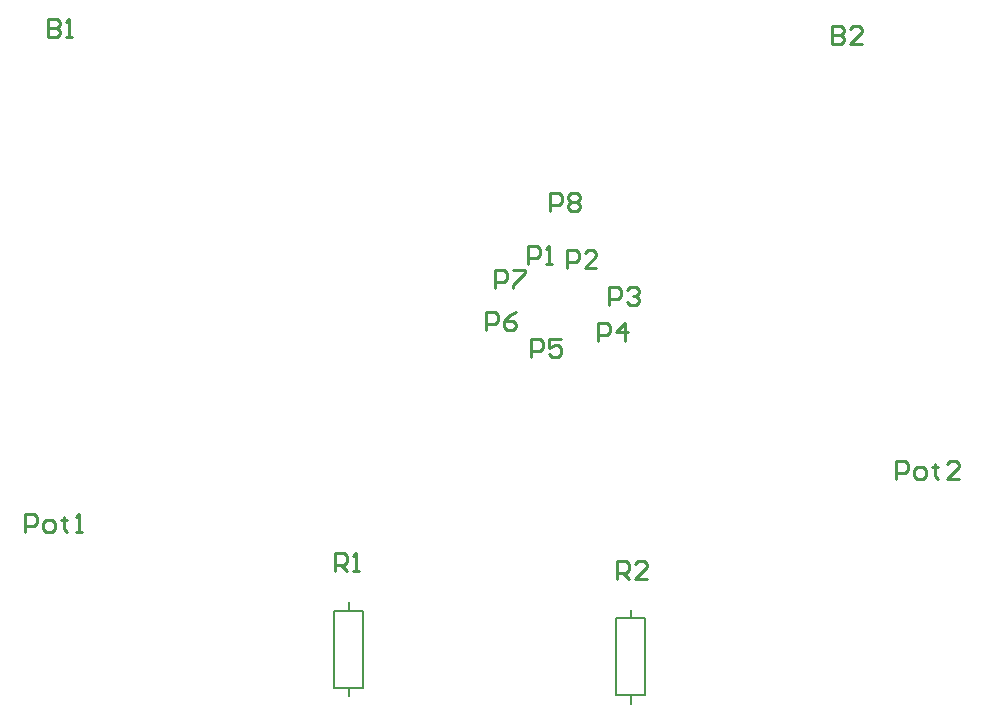
<source format=gbr>
G04*
G04 #@! TF.GenerationSoftware,Altium Limited,Altium Designer,24.10.1 (45)*
G04*
G04 Layer_Color=65535*
%FSLAX44Y44*%
%MOMM*%
G71*
G04*
G04 #@! TF.SameCoordinates,B1CABA93-0C74-4B59-BD3F-C8C2F7FF4E79*
G04*
G04*
G04 #@! TF.FilePolarity,Positive*
G04*
G01*
G75*
%ADD10C,0.2000*%
%ADD11C,0.2540*%
D10*
X636470Y161810D02*
Y226810D01*
X661470D01*
Y161810D02*
Y226810D01*
X636470Y161810D02*
X661470D01*
X648970Y154560D02*
Y161810D01*
Y226810D02*
Y234060D01*
X875230Y155460D02*
Y220460D01*
X900230D01*
Y155460D02*
Y220460D01*
X875230Y155460D02*
X900230D01*
X887730Y148210D02*
Y155460D01*
Y220460D02*
Y227710D01*
D11*
X1058418Y721609D02*
Y706374D01*
X1066036D01*
X1068575Y708913D01*
Y711452D01*
X1066036Y713991D01*
X1058418D01*
X1066036D01*
X1068575Y716531D01*
Y719070D01*
X1066036Y721609D01*
X1058418D01*
X1083810Y706374D02*
X1073653D01*
X1083810Y716531D01*
Y719070D01*
X1081271Y721609D01*
X1076192D01*
X1073653Y719070D01*
X394716Y727959D02*
Y712724D01*
X402333D01*
X404873Y715263D01*
Y717802D01*
X402333Y720341D01*
X394716D01*
X402333D01*
X404873Y722881D01*
Y725420D01*
X402333Y727959D01*
X394716D01*
X409951Y712724D02*
X415029D01*
X412490D01*
Y727959D01*
X409951Y725420D01*
X875792Y253746D02*
Y268981D01*
X883410D01*
X885949Y266442D01*
Y261364D01*
X883410Y258824D01*
X875792D01*
X880870D02*
X885949Y253746D01*
X901184D02*
X891027D01*
X901184Y263903D01*
Y266442D01*
X898645Y268981D01*
X893566D01*
X891027Y266442D01*
X637032Y260096D02*
Y275331D01*
X644650D01*
X647189Y272792D01*
Y267714D01*
X644650Y265174D01*
X637032D01*
X642110D02*
X647189Y260096D01*
X652267D02*
X657345D01*
X654806D01*
Y275331D01*
X652267Y272792D01*
X1112774Y338074D02*
Y353309D01*
X1120391D01*
X1122931Y350770D01*
Y345691D01*
X1120391Y343152D01*
X1112774D01*
X1130548Y338074D02*
X1135627D01*
X1138166Y340613D01*
Y345691D01*
X1135627Y348231D01*
X1130548D01*
X1128009Y345691D01*
Y340613D01*
X1130548Y338074D01*
X1145783Y350770D02*
Y348231D01*
X1143244D01*
X1148323D01*
X1145783D01*
Y340613D01*
X1148323Y338074D01*
X1166097D02*
X1155940D01*
X1166097Y348231D01*
Y350770D01*
X1163558Y353309D01*
X1158479D01*
X1155940Y350770D01*
X374904Y293624D02*
Y308859D01*
X382522D01*
X385061Y306320D01*
Y301241D01*
X382522Y298702D01*
X374904D01*
X392678Y293624D02*
X397757D01*
X400296Y296163D01*
Y301241D01*
X397757Y303781D01*
X392678D01*
X390139Y301241D01*
Y296163D01*
X392678Y293624D01*
X407913Y306320D02*
Y303781D01*
X405374D01*
X410452D01*
X407913D01*
Y296163D01*
X410452Y293624D01*
X418070D02*
X423148D01*
X420609D01*
Y308859D01*
X418070Y306320D01*
X819154Y565153D02*
Y580387D01*
X826772D01*
X829311Y577848D01*
Y572770D01*
X826772Y570231D01*
X819154D01*
X834389Y577848D02*
X836928Y580387D01*
X842007D01*
X844546Y577848D01*
Y575309D01*
X842007Y572770D01*
X844546Y570231D01*
Y567692D01*
X842007Y565153D01*
X836928D01*
X834389Y567692D01*
Y570231D01*
X836928Y572770D01*
X834389Y575309D01*
Y577848D01*
X836928Y572770D02*
X842007D01*
X772687Y499813D02*
Y515048D01*
X780304D01*
X782844Y512508D01*
Y507430D01*
X780304Y504891D01*
X772687D01*
X787922Y515048D02*
X798079D01*
Y512508D01*
X787922Y502352D01*
Y499813D01*
X765297Y464817D02*
Y480052D01*
X772915D01*
X775454Y477513D01*
Y472434D01*
X772915Y469895D01*
X765297D01*
X790689Y480052D02*
X785611Y477513D01*
X780532Y472434D01*
Y467356D01*
X783072Y464817D01*
X788150D01*
X790689Y467356D01*
Y469895D01*
X788150Y472434D01*
X780532D01*
X803107Y441600D02*
Y456835D01*
X810724D01*
X813263Y454296D01*
Y449217D01*
X810724Y446678D01*
X803107D01*
X828499Y456835D02*
X818342D01*
Y449217D01*
X823420Y451757D01*
X825959D01*
X828499Y449217D01*
Y444139D01*
X825959Y441600D01*
X820881D01*
X818342Y444139D01*
X860260Y455219D02*
Y470454D01*
X867878D01*
X870417Y467914D01*
Y462836D01*
X867878Y460297D01*
X860260D01*
X883113Y455219D02*
Y470454D01*
X875496Y462836D01*
X885652D01*
X869086Y485602D02*
Y500837D01*
X876703D01*
X879243Y498298D01*
Y493219D01*
X876703Y490680D01*
X869086D01*
X884321Y498298D02*
X886860Y500837D01*
X891938D01*
X894478Y498298D01*
Y495759D01*
X891938Y493219D01*
X889399D01*
X891938D01*
X894478Y490680D01*
Y488141D01*
X891938Y485602D01*
X886860D01*
X884321Y488141D01*
X833427Y517223D02*
Y532458D01*
X841044D01*
X843584Y529918D01*
Y524840D01*
X841044Y522301D01*
X833427D01*
X858819Y517223D02*
X848662D01*
X858819Y527379D01*
Y529918D01*
X856280Y532458D01*
X851201D01*
X848662Y529918D01*
X801005Y520296D02*
Y535531D01*
X808622D01*
X811161Y532991D01*
Y527913D01*
X808622Y525374D01*
X801005D01*
X816240Y520296D02*
X821318D01*
X818779D01*
Y535531D01*
X816240Y532991D01*
M02*

</source>
